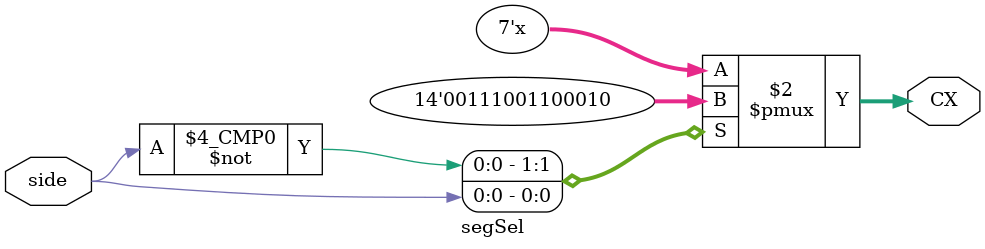
<source format=sv>
`timescale 1ns / 1ps // Defines this module's simulation time unit (1 ns) and time precision unit (1 ps)

`define TOPSIDE    1'b0 // Constant 1-bit "side" signal for when the 3-bit accumulator (accu) [from the digitSel.sv (System Verilog) module] is in the first half (0-3), representing the top side/half
`define BOTTOMSIDE 1'b1 // Constant 1-bit "side" signal for when the 3-bit accumulator (accu) [from the digitSel.sv (System Verilog) module] is in the second half (4-7), representing the bottom side/half
`define TOP        7'b0011100 // Constant 7-bit/segment display pattern for the text "TOP" (segments A-G) (Segment A: Bit 0, Segment B: Bit 1, Segment C: Bit 2, Segment D: Bit 3, Segment E: Bit 4, Segment F: Bit 5, Segment G: Bit 6)
`define BOTTOM     7'b1100010 // Constant 7-bit/segment display pattern for the text "BOTTOM" (segments A-G) (Segment A: Bit 0, Segment B: Bit 1, Segment C: Bit 2, Segment D: Bit 3, Segment E: Bit 4, Segment F: Bit 5, Segment G: Bit 6)
                              // 7'XXXXXXX: Bit 6/Seg G, Bit 5/Seg F, Bit 4/Seg E, Bit 3/Seg D, Bit 2/Seg C, Bit 1/Seg B, Bit 0/Seg A.
                              // The segments are activated by driving the cathodes (CA-CG) LOW. This means 0 = ON.
                              // 1100011 means segment G is off, segment F is off, segment E is on, segment D is on, segment C is on, segment B is off, and segment A is on.

                              
//              Nexys4 DDR™ FPGA Board One-digit Seven Segment Display Model (Common anode circuit): 
//                                AN0      <- Anodes
//                                 |
//                              ---A---                --
//                             |       |                 |
//                             F       B                  > Segments A, B, F, and G are all on when Case "TOPSIDE" is active, when side = 1 (1'b1), when the top/second half (4-7) of the square circuit is set to rotate. This pattern (7'b0011100) is generated.
//                             |       |                 |
//                              ---G---                --
//                             |       |                 |
//                             E       C                  > Segments A, C, D, and E are all on when Case "BOTTOMSIDE" is active, when side = 0 (1'b0), when the bottom/first half (0-3) of the square circuit is set to rotate. This pattern (7'b1100010) is generated.
//                             |       |                 |
//                              ---D---                --
//                             |       |
//                            CG      DP    <- Cathodes


module segSel( // Defines a segment selector module named "segSel"
    // Digital logic input and output signals for the segSel module
    input logic side, // Input signal indicating the "half of rotation" (top/bottom side) from the digitSel module's accu[2]
    output logic [6:0] CX // Output 7-bit/segment signal (segments A to G) that drives the active digit (AN0 on the diagram)
    );
    
    always_comb begin // Combinational block that sets a rotation pattern (TOP or BOTTOM) depending on the side input signal
        case (side) // Selects an action based on the value of the "side" input signal (0 or 1)
            `TOPSIDE: // Case when the "side" signal is 1'b0 (the first half of rotation)
                CX <= `TOP; // Set the 7-bit/segment output (CX) to display the "TOP" pattern (7'b1100010)
            `BOTTOMSIDE: // Case when the "side" signal is 1'b1 (the second half of rotation)
                CX <= `BOTTOM; // Set the 7-bit/segment output (CX) to display the "BOTTOM" pattern (7'b1100011)
        endcase
    end
    
endmodule // End of module definition


//              Nexys4 DDR™ FPGA Board One-digit Seven Segment Display Model (Common anode circuit):
//                                AN0      <- Anodes
//                                 |
//                              ---A---
//                             |       |
//                             F       B
//                             |       |
//                              ---G---
//                             |       |
//                             E       C
//                             |       |
//                              ---D---
//                             |       |
//                            CG      DP    <- Cathodes


//              Nexys4 DDR™ FPGA Board Eight-digit Seven Segment Display Model (Common anode circuit):
//       AN7        AN6        AN5        AN4       AN3        AN2        AN1        AN0      <- Anodes
//        |          |          |          |         |          |          |          |
//     ---A---    ---A---    ---A---    ---A---   ---A---    ---A---    ---A---    ---A--- 
//    |       |  |       |  |       |  |       |  |       |  |       |  |       |  |       |
//    F       B  F       B  F       B  F       B  F       B  F       B  F       B  F       B
//    |       |  |       |  |       |  |       |  |       |  |       |  |       |  |       |
//     ---G---    ---G---    ---G---    ---G---    ---G---    ---G---    ---G---    ---G---
//    |       |  |       |  |       |  |       |  |       |  |       |  |       |  |       |
//    E       C  E       C  E       C  E       C  E       C  E       C  E       C  E       C
//    |       |  |       |  |       |  |       |  |       |  |       |  |       |  |       |
//     ---D---    ---D---    ---D---    ---D---    ---D---    ---D---    ---D---    ---D---
//    |       |  |       |  |       |  |       |  |       |  |       |  |       |  |       |
//   CA      CB CC      CD CE      CF CG      DP  CA      CB CC      CD CE      CF CG      DP   <- Cathodes
</source>
